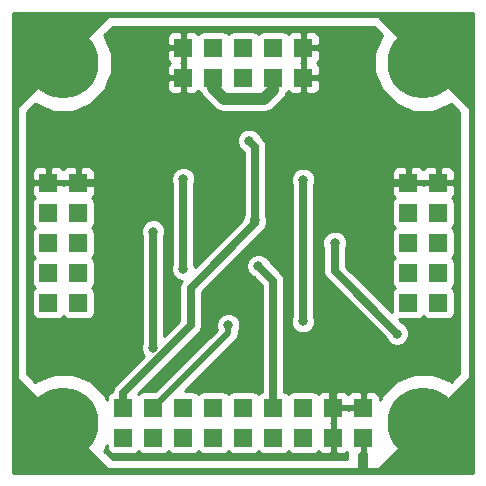
<source format=gbr>
G04 #@! TF.GenerationSoftware,KiCad,Pcbnew,(2017-02-05 revision 431abcf)-makepkg*
G04 #@! TF.CreationDate,2017-04-05T07:37:38+02:00*
G04 #@! TF.ProjectId,OZDUAL03A,4F5A4455414C3033412E6B696361645F,rev?*
G04 #@! TF.FileFunction,Copper,L2,Bot,Signal*
G04 #@! TF.FilePolarity,Positive*
%FSLAX46Y46*%
G04 Gerber Fmt 4.6, Leading zero omitted, Abs format (unit mm)*
G04 Created by KiCad (PCBNEW (2017-02-05 revision 431abcf)-makepkg) date 04/05/17 07:37:38*
%MOMM*%
%LPD*%
G01*
G04 APERTURE LIST*
%ADD10C,0.100000*%
%ADD11R,1.524000X1.524000*%
%ADD12C,6.000000*%
%ADD13C,0.800000*%
%ADD14C,0.635000*%
%ADD15C,1.016000*%
%ADD16C,0.508000*%
%ADD17C,0.254000*%
G04 APERTURE END LIST*
D10*
D11*
X163830000Y-101600000D03*
X161290000Y-101600000D03*
X163830000Y-99060000D03*
X161290000Y-99060000D03*
X163830000Y-96520000D03*
X161290000Y-96520000D03*
X163830000Y-93980000D03*
X161290000Y-93980000D03*
X163830000Y-91440000D03*
X161290000Y-91440000D03*
X157480000Y-110490000D03*
X157480000Y-113030000D03*
X152400000Y-80010000D03*
X152400000Y-82550000D03*
X149860000Y-80010000D03*
X149860000Y-82550000D03*
X147320000Y-80010000D03*
X147320000Y-82550000D03*
X144780000Y-80010000D03*
X144780000Y-82550000D03*
X142240000Y-80010000D03*
X142240000Y-82550000D03*
X133350000Y-101600000D03*
X130810000Y-101600000D03*
X133350000Y-99060000D03*
X130810000Y-99060000D03*
X133350000Y-96520000D03*
X130810000Y-96520000D03*
X133350000Y-93980000D03*
X130810000Y-93980000D03*
X133350000Y-91440000D03*
X130810000Y-91440000D03*
D12*
X132080000Y-111760000D03*
X132080000Y-81280000D03*
X162560000Y-111760000D03*
X162560000Y-81280000D03*
D11*
X154940000Y-110490000D03*
X154940000Y-113030000D03*
X152400000Y-110490000D03*
X152400000Y-113030000D03*
X149860000Y-110490000D03*
X149860000Y-113030000D03*
X147320000Y-110490000D03*
X147320000Y-113030000D03*
X144780000Y-110490000D03*
X144780000Y-113030000D03*
X142240000Y-110490000D03*
X142240000Y-113030000D03*
X139700000Y-110490000D03*
X139700000Y-113030000D03*
X137160000Y-110490000D03*
X137160000Y-113030000D03*
D13*
X154940000Y-103124000D03*
X137160000Y-103187500D03*
X154940000Y-89916000D03*
X148336000Y-94615000D03*
X147828000Y-87884000D03*
X146050000Y-103505000D03*
X148590000Y-98488500D03*
X139700000Y-105410000D03*
X139700000Y-95567500D03*
X142240000Y-91122500D03*
X142240000Y-98742500D03*
X152400000Y-91186000D03*
X152368250Y-103155750D03*
X155067000Y-96520000D03*
X160337500Y-104203500D03*
D14*
X154940000Y-103124000D02*
X154940000Y-110490000D01*
X134937500Y-91440000D02*
X133350000Y-91440000D01*
X137223500Y-93726000D02*
X134937500Y-91440000D01*
X137223500Y-103124000D02*
X137223500Y-93726000D01*
X137160000Y-103187500D02*
X137223500Y-103124000D01*
X156464000Y-91440000D02*
X154940000Y-89916000D01*
X154940000Y-89916000D02*
X154940000Y-89916000D01*
X161290000Y-91440000D02*
X156464000Y-91440000D01*
X148336000Y-94615000D02*
X148336000Y-94869000D01*
X137160000Y-109220000D02*
X137160000Y-110490000D01*
X142875000Y-103505000D02*
X137160000Y-109220000D01*
X142875000Y-100330000D02*
X142875000Y-103505000D01*
X148336000Y-94869000D02*
X142875000Y-100330000D01*
X148336000Y-94615000D02*
X148209000Y-94615000D01*
X148209000Y-94615000D02*
X148336000Y-94615000D01*
X148336000Y-88392000D02*
X148336000Y-94615000D01*
X147828000Y-87884000D02*
X148336000Y-88392000D01*
D15*
X144780000Y-82550000D02*
X144780000Y-83439000D01*
X149860000Y-83566000D02*
X149860000Y-82550000D01*
X149098000Y-84328000D02*
X149860000Y-83566000D01*
X145669000Y-84328000D02*
X149098000Y-84328000D01*
X144780000Y-83439000D02*
X145669000Y-84328000D01*
D16*
X139720000Y-110490000D02*
X146050000Y-104160000D01*
X146050000Y-104160000D02*
X146050000Y-103505000D01*
X139700000Y-110490000D02*
X139720000Y-110490000D01*
D14*
X149860000Y-99758500D02*
X149860000Y-110490000D01*
X148590000Y-98488500D02*
X149860000Y-99758500D01*
X139700000Y-95567500D02*
X139700000Y-105410000D01*
D16*
X139700000Y-95567500D02*
X139700000Y-95694500D01*
D14*
X139700000Y-95694500D02*
X139700000Y-95631000D01*
X142240000Y-91122500D02*
X142240000Y-98742500D01*
X152400000Y-103124000D02*
X152400000Y-91186000D01*
X152400000Y-103124000D02*
X152368250Y-103155750D01*
X155067000Y-98933000D02*
X155067000Y-96520000D01*
X160337500Y-104203500D02*
X155067000Y-98933000D01*
D17*
G36*
X166803000Y-116003000D02*
X127837000Y-116003000D01*
X127837000Y-85090000D01*
X128143000Y-85090000D01*
X128143000Y-107950000D01*
X128152667Y-107998601D01*
X128180197Y-108039803D01*
X135800197Y-115659803D01*
X135841399Y-115687333D01*
X135890000Y-115697000D01*
X157035500Y-115697000D01*
X157084101Y-115687333D01*
X157125303Y-115659803D01*
X157152833Y-115618601D01*
X157162500Y-115570000D01*
X157162500Y-114427000D01*
X157194250Y-114427000D01*
X157353000Y-114268250D01*
X157353000Y-113157000D01*
X157333000Y-113157000D01*
X157333000Y-112903000D01*
X157353000Y-112903000D01*
X157353000Y-112883000D01*
X157607000Y-112883000D01*
X157607000Y-112903000D01*
X157627000Y-112903000D01*
X157627000Y-113157000D01*
X157607000Y-113157000D01*
X157607000Y-114268250D01*
X157734000Y-114395250D01*
X157734000Y-115570000D01*
X157743667Y-115618601D01*
X157771197Y-115659803D01*
X157812399Y-115687333D01*
X157861000Y-115697000D01*
X158750000Y-115697000D01*
X158798601Y-115687333D01*
X158839803Y-115659803D01*
X166459803Y-108039803D01*
X166487333Y-107998601D01*
X166497000Y-107950000D01*
X166497000Y-85090000D01*
X166487333Y-85041399D01*
X166459803Y-85000197D01*
X158839803Y-77380197D01*
X158798601Y-77352667D01*
X158750000Y-77343000D01*
X135890000Y-77343000D01*
X135841399Y-77352667D01*
X135800197Y-77380197D01*
X128180197Y-85000197D01*
X128152667Y-85041399D01*
X128143000Y-85090000D01*
X127837000Y-85090000D01*
X127837000Y-77037000D01*
X166803000Y-77037000D01*
X166803000Y-116003000D01*
X166803000Y-116003000D01*
G37*
X166803000Y-116003000D02*
X127837000Y-116003000D01*
X127837000Y-85090000D01*
X128143000Y-85090000D01*
X128143000Y-107950000D01*
X128152667Y-107998601D01*
X128180197Y-108039803D01*
X135800197Y-115659803D01*
X135841399Y-115687333D01*
X135890000Y-115697000D01*
X157035500Y-115697000D01*
X157084101Y-115687333D01*
X157125303Y-115659803D01*
X157152833Y-115618601D01*
X157162500Y-115570000D01*
X157162500Y-114427000D01*
X157194250Y-114427000D01*
X157353000Y-114268250D01*
X157353000Y-113157000D01*
X157333000Y-113157000D01*
X157333000Y-112903000D01*
X157353000Y-112903000D01*
X157353000Y-112883000D01*
X157607000Y-112883000D01*
X157607000Y-112903000D01*
X157627000Y-112903000D01*
X157627000Y-113157000D01*
X157607000Y-113157000D01*
X157607000Y-114268250D01*
X157734000Y-114395250D01*
X157734000Y-115570000D01*
X157743667Y-115618601D01*
X157771197Y-115659803D01*
X157812399Y-115687333D01*
X157861000Y-115697000D01*
X158750000Y-115697000D01*
X158798601Y-115687333D01*
X158839803Y-115659803D01*
X166459803Y-108039803D01*
X166487333Y-107998601D01*
X166497000Y-107950000D01*
X166497000Y-85090000D01*
X166487333Y-85041399D01*
X166459803Y-85000197D01*
X158839803Y-77380197D01*
X158798601Y-77352667D01*
X158750000Y-77343000D01*
X135890000Y-77343000D01*
X135841399Y-77352667D01*
X135800197Y-77380197D01*
X128180197Y-85000197D01*
X128152667Y-85041399D01*
X128143000Y-85090000D01*
X127837000Y-85090000D01*
X127837000Y-77037000D01*
X166803000Y-77037000D01*
X166803000Y-116003000D01*
G36*
X159075222Y-78927328D02*
X159063340Y-78939190D01*
X158433718Y-80455487D01*
X158432285Y-82097310D01*
X159059259Y-83614704D01*
X160219190Y-84776660D01*
X161735487Y-85406282D01*
X163377310Y-85407715D01*
X164894704Y-84780741D01*
X164911684Y-84763790D01*
X165608000Y-85460106D01*
X165608000Y-107579894D01*
X164912672Y-108275222D01*
X164900810Y-108263340D01*
X163384513Y-107633718D01*
X161742690Y-107632285D01*
X160225296Y-108259259D01*
X159063340Y-109419190D01*
X158877000Y-109867946D01*
X158877000Y-109601691D01*
X158780327Y-109368302D01*
X158601699Y-109189673D01*
X158368310Y-109093000D01*
X157765750Y-109093000D01*
X157607000Y-109251750D01*
X157607000Y-110363000D01*
X157627000Y-110363000D01*
X157627000Y-110617000D01*
X157607000Y-110617000D01*
X157607000Y-110637000D01*
X157353000Y-110637000D01*
X157353000Y-110617000D01*
X156241750Y-110617000D01*
X156210000Y-110648750D01*
X156178250Y-110617000D01*
X155067000Y-110617000D01*
X155067000Y-111728250D01*
X155098750Y-111760000D01*
X155067000Y-111791750D01*
X155067000Y-112903000D01*
X155087000Y-112903000D01*
X155087000Y-113157000D01*
X155067000Y-113157000D01*
X155067000Y-114268250D01*
X155225750Y-114427000D01*
X155828310Y-114427000D01*
X156061699Y-114330327D01*
X156146500Y-114245525D01*
X156146500Y-114808000D01*
X136260106Y-114808000D01*
X135564778Y-114112672D01*
X135576660Y-114100810D01*
X135750560Y-113682013D01*
X135750560Y-113792000D01*
X135799843Y-114039765D01*
X135940191Y-114249809D01*
X136150235Y-114390157D01*
X136398000Y-114439440D01*
X137922000Y-114439440D01*
X138169765Y-114390157D01*
X138379809Y-114249809D01*
X138430000Y-114174693D01*
X138480191Y-114249809D01*
X138690235Y-114390157D01*
X138938000Y-114439440D01*
X140462000Y-114439440D01*
X140709765Y-114390157D01*
X140919809Y-114249809D01*
X140970000Y-114174693D01*
X141020191Y-114249809D01*
X141230235Y-114390157D01*
X141478000Y-114439440D01*
X143002000Y-114439440D01*
X143249765Y-114390157D01*
X143459809Y-114249809D01*
X143510000Y-114174693D01*
X143560191Y-114249809D01*
X143770235Y-114390157D01*
X144018000Y-114439440D01*
X145542000Y-114439440D01*
X145789765Y-114390157D01*
X145999809Y-114249809D01*
X146050000Y-114174693D01*
X146100191Y-114249809D01*
X146310235Y-114390157D01*
X146558000Y-114439440D01*
X148082000Y-114439440D01*
X148329765Y-114390157D01*
X148539809Y-114249809D01*
X148590000Y-114174693D01*
X148640191Y-114249809D01*
X148850235Y-114390157D01*
X149098000Y-114439440D01*
X150622000Y-114439440D01*
X150869765Y-114390157D01*
X151079809Y-114249809D01*
X151130000Y-114174693D01*
X151180191Y-114249809D01*
X151390235Y-114390157D01*
X151638000Y-114439440D01*
X153162000Y-114439440D01*
X153409765Y-114390157D01*
X153619809Y-114249809D01*
X153667063Y-114179088D01*
X153818301Y-114330327D01*
X154051690Y-114427000D01*
X154654250Y-114427000D01*
X154813000Y-114268250D01*
X154813000Y-113157000D01*
X154793000Y-113157000D01*
X154793000Y-112903000D01*
X154813000Y-112903000D01*
X154813000Y-111791750D01*
X154781250Y-111760000D01*
X154813000Y-111728250D01*
X154813000Y-110617000D01*
X154793000Y-110617000D01*
X154793000Y-110363000D01*
X154813000Y-110363000D01*
X154813000Y-109251750D01*
X155067000Y-109251750D01*
X155067000Y-110363000D01*
X156178250Y-110363000D01*
X156210000Y-110331250D01*
X156241750Y-110363000D01*
X157353000Y-110363000D01*
X157353000Y-109251750D01*
X157194250Y-109093000D01*
X156591690Y-109093000D01*
X156358301Y-109189673D01*
X156210000Y-109337975D01*
X156061699Y-109189673D01*
X155828310Y-109093000D01*
X155225750Y-109093000D01*
X155067000Y-109251750D01*
X154813000Y-109251750D01*
X154654250Y-109093000D01*
X154051690Y-109093000D01*
X153818301Y-109189673D01*
X153667063Y-109340912D01*
X153619809Y-109270191D01*
X153409765Y-109129843D01*
X153162000Y-109080560D01*
X151638000Y-109080560D01*
X151390235Y-109129843D01*
X151180191Y-109270191D01*
X151130000Y-109345307D01*
X151079809Y-109270191D01*
X150869765Y-109129843D01*
X150812500Y-109118452D01*
X150812500Y-103360721D01*
X151333071Y-103360721D01*
X151490308Y-103741265D01*
X151781204Y-104032669D01*
X152161473Y-104190570D01*
X152573221Y-104190929D01*
X152953765Y-104033692D01*
X153245169Y-103742796D01*
X153403070Y-103362527D01*
X153403429Y-102950779D01*
X153352500Y-102827521D01*
X153352500Y-96724971D01*
X154031821Y-96724971D01*
X154114500Y-96925070D01*
X154114500Y-98933000D01*
X154187005Y-99297506D01*
X154393481Y-99606519D01*
X159377585Y-104590624D01*
X159459558Y-104789015D01*
X159750454Y-105080419D01*
X160130723Y-105238320D01*
X160542471Y-105238679D01*
X160923015Y-105081442D01*
X161214419Y-104790546D01*
X161372320Y-104410277D01*
X161372679Y-103998529D01*
X161215442Y-103617985D01*
X160924546Y-103326581D01*
X160724592Y-103243553D01*
X160481162Y-103000124D01*
X160528000Y-103009440D01*
X162052000Y-103009440D01*
X162299765Y-102960157D01*
X162509809Y-102819809D01*
X162560000Y-102744693D01*
X162610191Y-102819809D01*
X162820235Y-102960157D01*
X163068000Y-103009440D01*
X164592000Y-103009440D01*
X164839765Y-102960157D01*
X165049809Y-102819809D01*
X165190157Y-102609765D01*
X165239440Y-102362000D01*
X165239440Y-100838000D01*
X165190157Y-100590235D01*
X165049809Y-100380191D01*
X164974693Y-100330000D01*
X165049809Y-100279809D01*
X165190157Y-100069765D01*
X165239440Y-99822000D01*
X165239440Y-98298000D01*
X165190157Y-98050235D01*
X165049809Y-97840191D01*
X164974693Y-97790000D01*
X165049809Y-97739809D01*
X165190157Y-97529765D01*
X165239440Y-97282000D01*
X165239440Y-95758000D01*
X165190157Y-95510235D01*
X165049809Y-95300191D01*
X164974693Y-95250000D01*
X165049809Y-95199809D01*
X165190157Y-94989765D01*
X165239440Y-94742000D01*
X165239440Y-93218000D01*
X165190157Y-92970235D01*
X165049809Y-92760191D01*
X164979088Y-92712937D01*
X165130327Y-92561699D01*
X165227000Y-92328310D01*
X165227000Y-91725750D01*
X165068250Y-91567000D01*
X163957000Y-91567000D01*
X163957000Y-91587000D01*
X163703000Y-91587000D01*
X163703000Y-91567000D01*
X162591750Y-91567000D01*
X162560000Y-91598750D01*
X162528250Y-91567000D01*
X161417000Y-91567000D01*
X161417000Y-91587000D01*
X161163000Y-91587000D01*
X161163000Y-91567000D01*
X160051750Y-91567000D01*
X159893000Y-91725750D01*
X159893000Y-92328310D01*
X159989673Y-92561699D01*
X160140912Y-92712937D01*
X160070191Y-92760191D01*
X159929843Y-92970235D01*
X159880560Y-93218000D01*
X159880560Y-94742000D01*
X159929843Y-94989765D01*
X160070191Y-95199809D01*
X160145307Y-95250000D01*
X160070191Y-95300191D01*
X159929843Y-95510235D01*
X159880560Y-95758000D01*
X159880560Y-97282000D01*
X159929843Y-97529765D01*
X160070191Y-97739809D01*
X160145307Y-97790000D01*
X160070191Y-97840191D01*
X159929843Y-98050235D01*
X159880560Y-98298000D01*
X159880560Y-99822000D01*
X159929843Y-100069765D01*
X160070191Y-100279809D01*
X160145307Y-100330000D01*
X160070191Y-100380191D01*
X159929843Y-100590235D01*
X159880560Y-100838000D01*
X159880560Y-102362000D01*
X159889877Y-102408838D01*
X156019500Y-98538462D01*
X156019500Y-96925026D01*
X156101820Y-96726777D01*
X156102179Y-96315029D01*
X155944942Y-95934485D01*
X155654046Y-95643081D01*
X155273777Y-95485180D01*
X154862029Y-95484821D01*
X154481485Y-95642058D01*
X154190081Y-95932954D01*
X154032180Y-96313223D01*
X154031821Y-96724971D01*
X153352500Y-96724971D01*
X153352500Y-91591026D01*
X153434820Y-91392777D01*
X153435179Y-90981029D01*
X153277942Y-90600485D01*
X153229233Y-90551690D01*
X159893000Y-90551690D01*
X159893000Y-91154250D01*
X160051750Y-91313000D01*
X161163000Y-91313000D01*
X161163000Y-90201750D01*
X161417000Y-90201750D01*
X161417000Y-91313000D01*
X162528250Y-91313000D01*
X162560000Y-91281250D01*
X162591750Y-91313000D01*
X163703000Y-91313000D01*
X163703000Y-90201750D01*
X163957000Y-90201750D01*
X163957000Y-91313000D01*
X165068250Y-91313000D01*
X165227000Y-91154250D01*
X165227000Y-90551690D01*
X165130327Y-90318301D01*
X164951698Y-90139673D01*
X164718309Y-90043000D01*
X164115750Y-90043000D01*
X163957000Y-90201750D01*
X163703000Y-90201750D01*
X163544250Y-90043000D01*
X162941691Y-90043000D01*
X162708302Y-90139673D01*
X162560000Y-90287974D01*
X162411698Y-90139673D01*
X162178309Y-90043000D01*
X161575750Y-90043000D01*
X161417000Y-90201750D01*
X161163000Y-90201750D01*
X161004250Y-90043000D01*
X160401691Y-90043000D01*
X160168302Y-90139673D01*
X159989673Y-90318301D01*
X159893000Y-90551690D01*
X153229233Y-90551690D01*
X152987046Y-90309081D01*
X152606777Y-90151180D01*
X152195029Y-90150821D01*
X151814485Y-90308058D01*
X151523081Y-90598954D01*
X151365180Y-90979223D01*
X151364821Y-91390971D01*
X151447500Y-91591070D01*
X151447500Y-102674261D01*
X151333430Y-102948973D01*
X151333071Y-103360721D01*
X150812500Y-103360721D01*
X150812500Y-99758500D01*
X150739995Y-99393994D01*
X150533519Y-99084981D01*
X149549916Y-98101378D01*
X149467942Y-97902985D01*
X149177046Y-97611581D01*
X148796777Y-97453680D01*
X148385029Y-97453321D01*
X148004485Y-97610558D01*
X147713081Y-97901454D01*
X147555180Y-98281723D01*
X147554821Y-98693471D01*
X147712058Y-99074015D01*
X148002954Y-99365419D01*
X148202910Y-99448448D01*
X148907500Y-100153038D01*
X148907500Y-109118452D01*
X148850235Y-109129843D01*
X148640191Y-109270191D01*
X148590000Y-109345307D01*
X148539809Y-109270191D01*
X148329765Y-109129843D01*
X148082000Y-109080560D01*
X146558000Y-109080560D01*
X146310235Y-109129843D01*
X146100191Y-109270191D01*
X146050000Y-109345307D01*
X145999809Y-109270191D01*
X145789765Y-109129843D01*
X145542000Y-109080560D01*
X144018000Y-109080560D01*
X143770235Y-109129843D01*
X143560191Y-109270191D01*
X143510000Y-109345307D01*
X143459809Y-109270191D01*
X143249765Y-109129843D01*
X143002000Y-109080560D01*
X142386676Y-109080560D01*
X146678618Y-104788618D01*
X146826026Y-104568006D01*
X146871329Y-104500206D01*
X146939000Y-104160000D01*
X146939000Y-104062952D01*
X147084820Y-103711777D01*
X147085179Y-103300029D01*
X146927942Y-102919485D01*
X146637046Y-102628081D01*
X146256777Y-102470180D01*
X145845029Y-102469821D01*
X145464485Y-102627058D01*
X145173081Y-102917954D01*
X145015180Y-103298223D01*
X145014821Y-103709971D01*
X145081476Y-103871288D01*
X139872204Y-109080560D01*
X138938000Y-109080560D01*
X138690235Y-109129843D01*
X138480191Y-109270191D01*
X138430000Y-109345307D01*
X138410666Y-109316372D01*
X143548520Y-104178519D01*
X143672293Y-103993279D01*
X143754995Y-103869506D01*
X143827500Y-103505000D01*
X143827500Y-100724538D01*
X149009519Y-95542519D01*
X149215995Y-95233506D01*
X149230835Y-95158898D01*
X149370820Y-94821777D01*
X149371179Y-94410029D01*
X149288500Y-94209930D01*
X149288500Y-88392000D01*
X149215995Y-88027494D01*
X149009519Y-87718480D01*
X148787916Y-87496877D01*
X148705942Y-87298485D01*
X148415046Y-87007081D01*
X148034777Y-86849180D01*
X147623029Y-86848821D01*
X147242485Y-87006058D01*
X146951081Y-87296954D01*
X146793180Y-87677223D01*
X146792821Y-88088971D01*
X146950058Y-88469515D01*
X147240954Y-88760919D01*
X147383500Y-88820109D01*
X147383500Y-94168937D01*
X147329005Y-94250494D01*
X147259862Y-94598100D01*
X143275140Y-98582822D01*
X143275179Y-98537529D01*
X143192500Y-98337430D01*
X143192500Y-91527526D01*
X143274820Y-91329277D01*
X143275179Y-90917529D01*
X143117942Y-90536985D01*
X142827046Y-90245581D01*
X142446777Y-90087680D01*
X142035029Y-90087321D01*
X141654485Y-90244558D01*
X141363081Y-90535454D01*
X141205180Y-90915723D01*
X141204821Y-91327471D01*
X141287500Y-91527570D01*
X141287500Y-98337474D01*
X141205180Y-98535723D01*
X141204821Y-98947471D01*
X141362058Y-99328015D01*
X141652954Y-99619419D01*
X142033223Y-99777320D01*
X142120688Y-99777396D01*
X141995005Y-99965494D01*
X141922500Y-100330000D01*
X141922500Y-103110461D01*
X140652500Y-104380461D01*
X140652500Y-95972526D01*
X140734820Y-95774277D01*
X140735179Y-95362529D01*
X140577942Y-94981985D01*
X140287046Y-94690581D01*
X139906777Y-94532680D01*
X139495029Y-94532321D01*
X139114485Y-94689558D01*
X138823081Y-94980454D01*
X138665180Y-95360723D01*
X138664821Y-95772471D01*
X138747500Y-95972570D01*
X138747500Y-105004974D01*
X138665180Y-105203223D01*
X138664821Y-105614971D01*
X138822058Y-105995515D01*
X138929658Y-106103303D01*
X136486481Y-108546481D01*
X136280005Y-108855494D01*
X136228531Y-109114269D01*
X136150235Y-109129843D01*
X135940191Y-109270191D01*
X135799843Y-109480235D01*
X135750560Y-109728000D01*
X135750560Y-109836290D01*
X135580741Y-109425296D01*
X134420810Y-108263340D01*
X132904513Y-107633718D01*
X131262690Y-107632285D01*
X129745296Y-108259259D01*
X129728316Y-108276210D01*
X129032000Y-107579894D01*
X129032000Y-93218000D01*
X129400560Y-93218000D01*
X129400560Y-94742000D01*
X129449843Y-94989765D01*
X129590191Y-95199809D01*
X129665307Y-95250000D01*
X129590191Y-95300191D01*
X129449843Y-95510235D01*
X129400560Y-95758000D01*
X129400560Y-97282000D01*
X129449843Y-97529765D01*
X129590191Y-97739809D01*
X129665307Y-97790000D01*
X129590191Y-97840191D01*
X129449843Y-98050235D01*
X129400560Y-98298000D01*
X129400560Y-99822000D01*
X129449843Y-100069765D01*
X129590191Y-100279809D01*
X129665307Y-100330000D01*
X129590191Y-100380191D01*
X129449843Y-100590235D01*
X129400560Y-100838000D01*
X129400560Y-102362000D01*
X129449843Y-102609765D01*
X129590191Y-102819809D01*
X129800235Y-102960157D01*
X130048000Y-103009440D01*
X131572000Y-103009440D01*
X131819765Y-102960157D01*
X132029809Y-102819809D01*
X132080000Y-102744693D01*
X132130191Y-102819809D01*
X132340235Y-102960157D01*
X132588000Y-103009440D01*
X134112000Y-103009440D01*
X134359765Y-102960157D01*
X134569809Y-102819809D01*
X134710157Y-102609765D01*
X134759440Y-102362000D01*
X134759440Y-100838000D01*
X134710157Y-100590235D01*
X134569809Y-100380191D01*
X134494693Y-100330000D01*
X134569809Y-100279809D01*
X134710157Y-100069765D01*
X134759440Y-99822000D01*
X134759440Y-98298000D01*
X134710157Y-98050235D01*
X134569809Y-97840191D01*
X134494693Y-97790000D01*
X134569809Y-97739809D01*
X134710157Y-97529765D01*
X134759440Y-97282000D01*
X134759440Y-95758000D01*
X134710157Y-95510235D01*
X134569809Y-95300191D01*
X134494693Y-95250000D01*
X134569809Y-95199809D01*
X134710157Y-94989765D01*
X134759440Y-94742000D01*
X134759440Y-93218000D01*
X134710157Y-92970235D01*
X134569809Y-92760191D01*
X134499088Y-92712937D01*
X134650327Y-92561699D01*
X134747000Y-92328310D01*
X134747000Y-91725750D01*
X134588250Y-91567000D01*
X133477000Y-91567000D01*
X133477000Y-91587000D01*
X133223000Y-91587000D01*
X133223000Y-91567000D01*
X132111750Y-91567000D01*
X132080000Y-91598750D01*
X132048250Y-91567000D01*
X130937000Y-91567000D01*
X130937000Y-91587000D01*
X130683000Y-91587000D01*
X130683000Y-91567000D01*
X129571750Y-91567000D01*
X129413000Y-91725750D01*
X129413000Y-92328310D01*
X129509673Y-92561699D01*
X129660912Y-92712937D01*
X129590191Y-92760191D01*
X129449843Y-92970235D01*
X129400560Y-93218000D01*
X129032000Y-93218000D01*
X129032000Y-90551690D01*
X129413000Y-90551690D01*
X129413000Y-91154250D01*
X129571750Y-91313000D01*
X130683000Y-91313000D01*
X130683000Y-90201750D01*
X130937000Y-90201750D01*
X130937000Y-91313000D01*
X132048250Y-91313000D01*
X132080000Y-91281250D01*
X132111750Y-91313000D01*
X133223000Y-91313000D01*
X133223000Y-90201750D01*
X133477000Y-90201750D01*
X133477000Y-91313000D01*
X134588250Y-91313000D01*
X134747000Y-91154250D01*
X134747000Y-90551690D01*
X134650327Y-90318301D01*
X134471698Y-90139673D01*
X134238309Y-90043000D01*
X133635750Y-90043000D01*
X133477000Y-90201750D01*
X133223000Y-90201750D01*
X133064250Y-90043000D01*
X132461691Y-90043000D01*
X132228302Y-90139673D01*
X132080000Y-90287974D01*
X131931698Y-90139673D01*
X131698309Y-90043000D01*
X131095750Y-90043000D01*
X130937000Y-90201750D01*
X130683000Y-90201750D01*
X130524250Y-90043000D01*
X129921691Y-90043000D01*
X129688302Y-90139673D01*
X129509673Y-90318301D01*
X129413000Y-90551690D01*
X129032000Y-90551690D01*
X129032000Y-85460106D01*
X129727328Y-84764778D01*
X129739190Y-84776660D01*
X131255487Y-85406282D01*
X132897310Y-85407715D01*
X134414704Y-84780741D01*
X135576660Y-83620810D01*
X135902645Y-82835750D01*
X140843000Y-82835750D01*
X140843000Y-83438309D01*
X140939673Y-83671698D01*
X141118301Y-83850327D01*
X141351690Y-83947000D01*
X141954250Y-83947000D01*
X142113000Y-83788250D01*
X142113000Y-82677000D01*
X141001750Y-82677000D01*
X140843000Y-82835750D01*
X135902645Y-82835750D01*
X136206282Y-82104513D01*
X136207715Y-80462690D01*
X136138737Y-80295750D01*
X140843000Y-80295750D01*
X140843000Y-80898309D01*
X140939673Y-81131698D01*
X141087974Y-81280000D01*
X140939673Y-81428302D01*
X140843000Y-81661691D01*
X140843000Y-82264250D01*
X141001750Y-82423000D01*
X142113000Y-82423000D01*
X142113000Y-81311750D01*
X142081250Y-81280000D01*
X142113000Y-81248250D01*
X142113000Y-80137000D01*
X141001750Y-80137000D01*
X140843000Y-80295750D01*
X136138737Y-80295750D01*
X135653626Y-79121691D01*
X140843000Y-79121691D01*
X140843000Y-79724250D01*
X141001750Y-79883000D01*
X142113000Y-79883000D01*
X142113000Y-78771750D01*
X142367000Y-78771750D01*
X142367000Y-79883000D01*
X142387000Y-79883000D01*
X142387000Y-80137000D01*
X142367000Y-80137000D01*
X142367000Y-81248250D01*
X142398750Y-81280000D01*
X142367000Y-81311750D01*
X142367000Y-82423000D01*
X142387000Y-82423000D01*
X142387000Y-82677000D01*
X142367000Y-82677000D01*
X142367000Y-83788250D01*
X142525750Y-83947000D01*
X143128310Y-83947000D01*
X143361699Y-83850327D01*
X143512937Y-83699088D01*
X143560191Y-83769809D01*
X143727459Y-83881575D01*
X143971777Y-84247223D01*
X144860777Y-85136223D01*
X145231593Y-85383994D01*
X145669000Y-85471000D01*
X149098000Y-85471000D01*
X149535407Y-85383994D01*
X149906223Y-85136223D01*
X150668223Y-84374223D01*
X150915994Y-84003407D01*
X150944472Y-83860239D01*
X151079809Y-83769809D01*
X151127063Y-83699088D01*
X151278301Y-83850327D01*
X151511690Y-83947000D01*
X152114250Y-83947000D01*
X152273000Y-83788250D01*
X152273000Y-82677000D01*
X152527000Y-82677000D01*
X152527000Y-83788250D01*
X152685750Y-83947000D01*
X153288310Y-83947000D01*
X153521699Y-83850327D01*
X153700327Y-83671698D01*
X153797000Y-83438309D01*
X153797000Y-82835750D01*
X153638250Y-82677000D01*
X152527000Y-82677000D01*
X152273000Y-82677000D01*
X152253000Y-82677000D01*
X152253000Y-82423000D01*
X152273000Y-82423000D01*
X152273000Y-81311750D01*
X152241250Y-81280000D01*
X152273000Y-81248250D01*
X152273000Y-80137000D01*
X152527000Y-80137000D01*
X152527000Y-81248250D01*
X152558750Y-81280000D01*
X152527000Y-81311750D01*
X152527000Y-82423000D01*
X153638250Y-82423000D01*
X153797000Y-82264250D01*
X153797000Y-81661691D01*
X153700327Y-81428302D01*
X153552026Y-81280000D01*
X153700327Y-81131698D01*
X153797000Y-80898309D01*
X153797000Y-80295750D01*
X153638250Y-80137000D01*
X152527000Y-80137000D01*
X152273000Y-80137000D01*
X152253000Y-80137000D01*
X152253000Y-79883000D01*
X152273000Y-79883000D01*
X152273000Y-78771750D01*
X152527000Y-78771750D01*
X152527000Y-79883000D01*
X153638250Y-79883000D01*
X153797000Y-79724250D01*
X153797000Y-79121691D01*
X153700327Y-78888302D01*
X153521699Y-78709673D01*
X153288310Y-78613000D01*
X152685750Y-78613000D01*
X152527000Y-78771750D01*
X152273000Y-78771750D01*
X152114250Y-78613000D01*
X151511690Y-78613000D01*
X151278301Y-78709673D01*
X151127063Y-78860912D01*
X151079809Y-78790191D01*
X150869765Y-78649843D01*
X150622000Y-78600560D01*
X149098000Y-78600560D01*
X148850235Y-78649843D01*
X148640191Y-78790191D01*
X148590000Y-78865307D01*
X148539809Y-78790191D01*
X148329765Y-78649843D01*
X148082000Y-78600560D01*
X146558000Y-78600560D01*
X146310235Y-78649843D01*
X146100191Y-78790191D01*
X146050000Y-78865307D01*
X145999809Y-78790191D01*
X145789765Y-78649843D01*
X145542000Y-78600560D01*
X144018000Y-78600560D01*
X143770235Y-78649843D01*
X143560191Y-78790191D01*
X143512937Y-78860912D01*
X143361699Y-78709673D01*
X143128310Y-78613000D01*
X142525750Y-78613000D01*
X142367000Y-78771750D01*
X142113000Y-78771750D01*
X141954250Y-78613000D01*
X141351690Y-78613000D01*
X141118301Y-78709673D01*
X140939673Y-78888302D01*
X140843000Y-79121691D01*
X135653626Y-79121691D01*
X135580741Y-78945296D01*
X135563790Y-78928316D01*
X136260106Y-78232000D01*
X158379894Y-78232000D01*
X159075222Y-78927328D01*
X159075222Y-78927328D01*
G37*
X159075222Y-78927328D02*
X159063340Y-78939190D01*
X158433718Y-80455487D01*
X158432285Y-82097310D01*
X159059259Y-83614704D01*
X160219190Y-84776660D01*
X161735487Y-85406282D01*
X163377310Y-85407715D01*
X164894704Y-84780741D01*
X164911684Y-84763790D01*
X165608000Y-85460106D01*
X165608000Y-107579894D01*
X164912672Y-108275222D01*
X164900810Y-108263340D01*
X163384513Y-107633718D01*
X161742690Y-107632285D01*
X160225296Y-108259259D01*
X159063340Y-109419190D01*
X158877000Y-109867946D01*
X158877000Y-109601691D01*
X158780327Y-109368302D01*
X158601699Y-109189673D01*
X158368310Y-109093000D01*
X157765750Y-109093000D01*
X157607000Y-109251750D01*
X157607000Y-110363000D01*
X157627000Y-110363000D01*
X157627000Y-110617000D01*
X157607000Y-110617000D01*
X157607000Y-110637000D01*
X157353000Y-110637000D01*
X157353000Y-110617000D01*
X156241750Y-110617000D01*
X156210000Y-110648750D01*
X156178250Y-110617000D01*
X155067000Y-110617000D01*
X155067000Y-111728250D01*
X155098750Y-111760000D01*
X155067000Y-111791750D01*
X155067000Y-112903000D01*
X155087000Y-112903000D01*
X155087000Y-113157000D01*
X155067000Y-113157000D01*
X155067000Y-114268250D01*
X155225750Y-114427000D01*
X155828310Y-114427000D01*
X156061699Y-114330327D01*
X156146500Y-114245525D01*
X156146500Y-114808000D01*
X136260106Y-114808000D01*
X135564778Y-114112672D01*
X135576660Y-114100810D01*
X135750560Y-113682013D01*
X135750560Y-113792000D01*
X135799843Y-114039765D01*
X135940191Y-114249809D01*
X136150235Y-114390157D01*
X136398000Y-114439440D01*
X137922000Y-114439440D01*
X138169765Y-114390157D01*
X138379809Y-114249809D01*
X138430000Y-114174693D01*
X138480191Y-114249809D01*
X138690235Y-114390157D01*
X138938000Y-114439440D01*
X140462000Y-114439440D01*
X140709765Y-114390157D01*
X140919809Y-114249809D01*
X140970000Y-114174693D01*
X141020191Y-114249809D01*
X141230235Y-114390157D01*
X141478000Y-114439440D01*
X143002000Y-114439440D01*
X143249765Y-114390157D01*
X143459809Y-114249809D01*
X143510000Y-114174693D01*
X143560191Y-114249809D01*
X143770235Y-114390157D01*
X144018000Y-114439440D01*
X145542000Y-114439440D01*
X145789765Y-114390157D01*
X145999809Y-114249809D01*
X146050000Y-114174693D01*
X146100191Y-114249809D01*
X146310235Y-114390157D01*
X146558000Y-114439440D01*
X148082000Y-114439440D01*
X148329765Y-114390157D01*
X148539809Y-114249809D01*
X148590000Y-114174693D01*
X148640191Y-114249809D01*
X148850235Y-114390157D01*
X149098000Y-114439440D01*
X150622000Y-114439440D01*
X150869765Y-114390157D01*
X151079809Y-114249809D01*
X151130000Y-114174693D01*
X151180191Y-114249809D01*
X151390235Y-114390157D01*
X151638000Y-114439440D01*
X153162000Y-114439440D01*
X153409765Y-114390157D01*
X153619809Y-114249809D01*
X153667063Y-114179088D01*
X153818301Y-114330327D01*
X154051690Y-114427000D01*
X154654250Y-114427000D01*
X154813000Y-114268250D01*
X154813000Y-113157000D01*
X154793000Y-113157000D01*
X154793000Y-112903000D01*
X154813000Y-112903000D01*
X154813000Y-111791750D01*
X154781250Y-111760000D01*
X154813000Y-111728250D01*
X154813000Y-110617000D01*
X154793000Y-110617000D01*
X154793000Y-110363000D01*
X154813000Y-110363000D01*
X154813000Y-109251750D01*
X155067000Y-109251750D01*
X155067000Y-110363000D01*
X156178250Y-110363000D01*
X156210000Y-110331250D01*
X156241750Y-110363000D01*
X157353000Y-110363000D01*
X157353000Y-109251750D01*
X157194250Y-109093000D01*
X156591690Y-109093000D01*
X156358301Y-109189673D01*
X156210000Y-109337975D01*
X156061699Y-109189673D01*
X155828310Y-109093000D01*
X155225750Y-109093000D01*
X155067000Y-109251750D01*
X154813000Y-109251750D01*
X154654250Y-109093000D01*
X154051690Y-109093000D01*
X153818301Y-109189673D01*
X153667063Y-109340912D01*
X153619809Y-109270191D01*
X153409765Y-109129843D01*
X153162000Y-109080560D01*
X151638000Y-109080560D01*
X151390235Y-109129843D01*
X151180191Y-109270191D01*
X151130000Y-109345307D01*
X151079809Y-109270191D01*
X150869765Y-109129843D01*
X150812500Y-109118452D01*
X150812500Y-103360721D01*
X151333071Y-103360721D01*
X151490308Y-103741265D01*
X151781204Y-104032669D01*
X152161473Y-104190570D01*
X152573221Y-104190929D01*
X152953765Y-104033692D01*
X153245169Y-103742796D01*
X153403070Y-103362527D01*
X153403429Y-102950779D01*
X153352500Y-102827521D01*
X153352500Y-96724971D01*
X154031821Y-96724971D01*
X154114500Y-96925070D01*
X154114500Y-98933000D01*
X154187005Y-99297506D01*
X154393481Y-99606519D01*
X159377585Y-104590624D01*
X159459558Y-104789015D01*
X159750454Y-105080419D01*
X160130723Y-105238320D01*
X160542471Y-105238679D01*
X160923015Y-105081442D01*
X161214419Y-104790546D01*
X161372320Y-104410277D01*
X161372679Y-103998529D01*
X161215442Y-103617985D01*
X160924546Y-103326581D01*
X160724592Y-103243553D01*
X160481162Y-103000124D01*
X160528000Y-103009440D01*
X162052000Y-103009440D01*
X162299765Y-102960157D01*
X162509809Y-102819809D01*
X162560000Y-102744693D01*
X162610191Y-102819809D01*
X162820235Y-102960157D01*
X163068000Y-103009440D01*
X164592000Y-103009440D01*
X164839765Y-102960157D01*
X165049809Y-102819809D01*
X165190157Y-102609765D01*
X165239440Y-102362000D01*
X165239440Y-100838000D01*
X165190157Y-100590235D01*
X165049809Y-100380191D01*
X164974693Y-100330000D01*
X165049809Y-100279809D01*
X165190157Y-100069765D01*
X165239440Y-99822000D01*
X165239440Y-98298000D01*
X165190157Y-98050235D01*
X165049809Y-97840191D01*
X164974693Y-97790000D01*
X165049809Y-97739809D01*
X165190157Y-97529765D01*
X165239440Y-97282000D01*
X165239440Y-95758000D01*
X165190157Y-95510235D01*
X165049809Y-95300191D01*
X164974693Y-95250000D01*
X165049809Y-95199809D01*
X165190157Y-94989765D01*
X165239440Y-94742000D01*
X165239440Y-93218000D01*
X165190157Y-92970235D01*
X165049809Y-92760191D01*
X164979088Y-92712937D01*
X165130327Y-92561699D01*
X165227000Y-92328310D01*
X165227000Y-91725750D01*
X165068250Y-91567000D01*
X163957000Y-91567000D01*
X163957000Y-91587000D01*
X163703000Y-91587000D01*
X163703000Y-91567000D01*
X162591750Y-91567000D01*
X162560000Y-91598750D01*
X162528250Y-91567000D01*
X161417000Y-91567000D01*
X161417000Y-91587000D01*
X161163000Y-91587000D01*
X161163000Y-91567000D01*
X160051750Y-91567000D01*
X159893000Y-91725750D01*
X159893000Y-92328310D01*
X159989673Y-92561699D01*
X160140912Y-92712937D01*
X160070191Y-92760191D01*
X159929843Y-92970235D01*
X159880560Y-93218000D01*
X159880560Y-94742000D01*
X159929843Y-94989765D01*
X160070191Y-95199809D01*
X160145307Y-95250000D01*
X160070191Y-95300191D01*
X159929843Y-95510235D01*
X159880560Y-95758000D01*
X159880560Y-97282000D01*
X159929843Y-97529765D01*
X160070191Y-97739809D01*
X160145307Y-97790000D01*
X160070191Y-97840191D01*
X159929843Y-98050235D01*
X159880560Y-98298000D01*
X159880560Y-99822000D01*
X159929843Y-100069765D01*
X160070191Y-100279809D01*
X160145307Y-100330000D01*
X160070191Y-100380191D01*
X159929843Y-100590235D01*
X159880560Y-100838000D01*
X159880560Y-102362000D01*
X159889877Y-102408838D01*
X156019500Y-98538462D01*
X156019500Y-96925026D01*
X156101820Y-96726777D01*
X156102179Y-96315029D01*
X155944942Y-95934485D01*
X155654046Y-95643081D01*
X155273777Y-95485180D01*
X154862029Y-95484821D01*
X154481485Y-95642058D01*
X154190081Y-95932954D01*
X154032180Y-96313223D01*
X154031821Y-96724971D01*
X153352500Y-96724971D01*
X153352500Y-91591026D01*
X153434820Y-91392777D01*
X153435179Y-90981029D01*
X153277942Y-90600485D01*
X153229233Y-90551690D01*
X159893000Y-90551690D01*
X159893000Y-91154250D01*
X160051750Y-91313000D01*
X161163000Y-91313000D01*
X161163000Y-90201750D01*
X161417000Y-90201750D01*
X161417000Y-91313000D01*
X162528250Y-91313000D01*
X162560000Y-91281250D01*
X162591750Y-91313000D01*
X163703000Y-91313000D01*
X163703000Y-90201750D01*
X163957000Y-90201750D01*
X163957000Y-91313000D01*
X165068250Y-91313000D01*
X165227000Y-91154250D01*
X165227000Y-90551690D01*
X165130327Y-90318301D01*
X164951698Y-90139673D01*
X164718309Y-90043000D01*
X164115750Y-90043000D01*
X163957000Y-90201750D01*
X163703000Y-90201750D01*
X163544250Y-90043000D01*
X162941691Y-90043000D01*
X162708302Y-90139673D01*
X162560000Y-90287974D01*
X162411698Y-90139673D01*
X162178309Y-90043000D01*
X161575750Y-90043000D01*
X161417000Y-90201750D01*
X161163000Y-90201750D01*
X161004250Y-90043000D01*
X160401691Y-90043000D01*
X160168302Y-90139673D01*
X159989673Y-90318301D01*
X159893000Y-90551690D01*
X153229233Y-90551690D01*
X152987046Y-90309081D01*
X152606777Y-90151180D01*
X152195029Y-90150821D01*
X151814485Y-90308058D01*
X151523081Y-90598954D01*
X151365180Y-90979223D01*
X151364821Y-91390971D01*
X151447500Y-91591070D01*
X151447500Y-102674261D01*
X151333430Y-102948973D01*
X151333071Y-103360721D01*
X150812500Y-103360721D01*
X150812500Y-99758500D01*
X150739995Y-99393994D01*
X150533519Y-99084981D01*
X149549916Y-98101378D01*
X149467942Y-97902985D01*
X149177046Y-97611581D01*
X148796777Y-97453680D01*
X148385029Y-97453321D01*
X148004485Y-97610558D01*
X147713081Y-97901454D01*
X147555180Y-98281723D01*
X147554821Y-98693471D01*
X147712058Y-99074015D01*
X148002954Y-99365419D01*
X148202910Y-99448448D01*
X148907500Y-100153038D01*
X148907500Y-109118452D01*
X148850235Y-109129843D01*
X148640191Y-109270191D01*
X148590000Y-109345307D01*
X148539809Y-109270191D01*
X148329765Y-109129843D01*
X148082000Y-109080560D01*
X146558000Y-109080560D01*
X146310235Y-109129843D01*
X146100191Y-109270191D01*
X146050000Y-109345307D01*
X145999809Y-109270191D01*
X145789765Y-109129843D01*
X145542000Y-109080560D01*
X144018000Y-109080560D01*
X143770235Y-109129843D01*
X143560191Y-109270191D01*
X143510000Y-109345307D01*
X143459809Y-109270191D01*
X143249765Y-109129843D01*
X143002000Y-109080560D01*
X142386676Y-109080560D01*
X146678618Y-104788618D01*
X146826026Y-104568006D01*
X146871329Y-104500206D01*
X146939000Y-104160000D01*
X146939000Y-104062952D01*
X147084820Y-103711777D01*
X147085179Y-103300029D01*
X146927942Y-102919485D01*
X146637046Y-102628081D01*
X146256777Y-102470180D01*
X145845029Y-102469821D01*
X145464485Y-102627058D01*
X145173081Y-102917954D01*
X145015180Y-103298223D01*
X145014821Y-103709971D01*
X145081476Y-103871288D01*
X139872204Y-109080560D01*
X138938000Y-109080560D01*
X138690235Y-109129843D01*
X138480191Y-109270191D01*
X138430000Y-109345307D01*
X138410666Y-109316372D01*
X143548520Y-104178519D01*
X143672293Y-103993279D01*
X143754995Y-103869506D01*
X143827500Y-103505000D01*
X143827500Y-100724538D01*
X149009519Y-95542519D01*
X149215995Y-95233506D01*
X149230835Y-95158898D01*
X149370820Y-94821777D01*
X149371179Y-94410029D01*
X149288500Y-94209930D01*
X149288500Y-88392000D01*
X149215995Y-88027494D01*
X149009519Y-87718480D01*
X148787916Y-87496877D01*
X148705942Y-87298485D01*
X148415046Y-87007081D01*
X148034777Y-86849180D01*
X147623029Y-86848821D01*
X147242485Y-87006058D01*
X146951081Y-87296954D01*
X146793180Y-87677223D01*
X146792821Y-88088971D01*
X146950058Y-88469515D01*
X147240954Y-88760919D01*
X147383500Y-88820109D01*
X147383500Y-94168937D01*
X147329005Y-94250494D01*
X147259862Y-94598100D01*
X143275140Y-98582822D01*
X143275179Y-98537529D01*
X143192500Y-98337430D01*
X143192500Y-91527526D01*
X143274820Y-91329277D01*
X143275179Y-90917529D01*
X143117942Y-90536985D01*
X142827046Y-90245581D01*
X142446777Y-90087680D01*
X142035029Y-90087321D01*
X141654485Y-90244558D01*
X141363081Y-90535454D01*
X141205180Y-90915723D01*
X141204821Y-91327471D01*
X141287500Y-91527570D01*
X141287500Y-98337474D01*
X141205180Y-98535723D01*
X141204821Y-98947471D01*
X141362058Y-99328015D01*
X141652954Y-99619419D01*
X142033223Y-99777320D01*
X142120688Y-99777396D01*
X141995005Y-99965494D01*
X141922500Y-100330000D01*
X141922500Y-103110461D01*
X140652500Y-104380461D01*
X140652500Y-95972526D01*
X140734820Y-95774277D01*
X140735179Y-95362529D01*
X140577942Y-94981985D01*
X140287046Y-94690581D01*
X139906777Y-94532680D01*
X139495029Y-94532321D01*
X139114485Y-94689558D01*
X138823081Y-94980454D01*
X138665180Y-95360723D01*
X138664821Y-95772471D01*
X138747500Y-95972570D01*
X138747500Y-105004974D01*
X138665180Y-105203223D01*
X138664821Y-105614971D01*
X138822058Y-105995515D01*
X138929658Y-106103303D01*
X136486481Y-108546481D01*
X136280005Y-108855494D01*
X136228531Y-109114269D01*
X136150235Y-109129843D01*
X135940191Y-109270191D01*
X135799843Y-109480235D01*
X135750560Y-109728000D01*
X135750560Y-109836290D01*
X135580741Y-109425296D01*
X134420810Y-108263340D01*
X132904513Y-107633718D01*
X131262690Y-107632285D01*
X129745296Y-108259259D01*
X129728316Y-108276210D01*
X129032000Y-107579894D01*
X129032000Y-93218000D01*
X129400560Y-93218000D01*
X129400560Y-94742000D01*
X129449843Y-94989765D01*
X129590191Y-95199809D01*
X129665307Y-95250000D01*
X129590191Y-95300191D01*
X129449843Y-95510235D01*
X129400560Y-95758000D01*
X129400560Y-97282000D01*
X129449843Y-97529765D01*
X129590191Y-97739809D01*
X129665307Y-97790000D01*
X129590191Y-97840191D01*
X129449843Y-98050235D01*
X129400560Y-98298000D01*
X129400560Y-99822000D01*
X129449843Y-100069765D01*
X129590191Y-100279809D01*
X129665307Y-100330000D01*
X129590191Y-100380191D01*
X129449843Y-100590235D01*
X129400560Y-100838000D01*
X129400560Y-102362000D01*
X129449843Y-102609765D01*
X129590191Y-102819809D01*
X129800235Y-102960157D01*
X130048000Y-103009440D01*
X131572000Y-103009440D01*
X131819765Y-102960157D01*
X132029809Y-102819809D01*
X132080000Y-102744693D01*
X132130191Y-102819809D01*
X132340235Y-102960157D01*
X132588000Y-103009440D01*
X134112000Y-103009440D01*
X134359765Y-102960157D01*
X134569809Y-102819809D01*
X134710157Y-102609765D01*
X134759440Y-102362000D01*
X134759440Y-100838000D01*
X134710157Y-100590235D01*
X134569809Y-100380191D01*
X134494693Y-100330000D01*
X134569809Y-100279809D01*
X134710157Y-100069765D01*
X134759440Y-99822000D01*
X134759440Y-98298000D01*
X134710157Y-98050235D01*
X134569809Y-97840191D01*
X134494693Y-97790000D01*
X134569809Y-97739809D01*
X134710157Y-97529765D01*
X134759440Y-97282000D01*
X134759440Y-95758000D01*
X134710157Y-95510235D01*
X134569809Y-95300191D01*
X134494693Y-95250000D01*
X134569809Y-95199809D01*
X134710157Y-94989765D01*
X134759440Y-94742000D01*
X134759440Y-93218000D01*
X134710157Y-92970235D01*
X134569809Y-92760191D01*
X134499088Y-92712937D01*
X134650327Y-92561699D01*
X134747000Y-92328310D01*
X134747000Y-91725750D01*
X134588250Y-91567000D01*
X133477000Y-91567000D01*
X133477000Y-91587000D01*
X133223000Y-91587000D01*
X133223000Y-91567000D01*
X132111750Y-91567000D01*
X132080000Y-91598750D01*
X132048250Y-91567000D01*
X130937000Y-91567000D01*
X130937000Y-91587000D01*
X130683000Y-91587000D01*
X130683000Y-91567000D01*
X129571750Y-91567000D01*
X129413000Y-91725750D01*
X129413000Y-92328310D01*
X129509673Y-92561699D01*
X129660912Y-92712937D01*
X129590191Y-92760191D01*
X129449843Y-92970235D01*
X129400560Y-93218000D01*
X129032000Y-93218000D01*
X129032000Y-90551690D01*
X129413000Y-90551690D01*
X129413000Y-91154250D01*
X129571750Y-91313000D01*
X130683000Y-91313000D01*
X130683000Y-90201750D01*
X130937000Y-90201750D01*
X130937000Y-91313000D01*
X132048250Y-91313000D01*
X132080000Y-91281250D01*
X132111750Y-91313000D01*
X133223000Y-91313000D01*
X133223000Y-90201750D01*
X133477000Y-90201750D01*
X133477000Y-91313000D01*
X134588250Y-91313000D01*
X134747000Y-91154250D01*
X134747000Y-90551690D01*
X134650327Y-90318301D01*
X134471698Y-90139673D01*
X134238309Y-90043000D01*
X133635750Y-90043000D01*
X133477000Y-90201750D01*
X133223000Y-90201750D01*
X133064250Y-90043000D01*
X132461691Y-90043000D01*
X132228302Y-90139673D01*
X132080000Y-90287974D01*
X131931698Y-90139673D01*
X131698309Y-90043000D01*
X131095750Y-90043000D01*
X130937000Y-90201750D01*
X130683000Y-90201750D01*
X130524250Y-90043000D01*
X129921691Y-90043000D01*
X129688302Y-90139673D01*
X129509673Y-90318301D01*
X129413000Y-90551690D01*
X129032000Y-90551690D01*
X129032000Y-85460106D01*
X129727328Y-84764778D01*
X129739190Y-84776660D01*
X131255487Y-85406282D01*
X132897310Y-85407715D01*
X134414704Y-84780741D01*
X135576660Y-83620810D01*
X135902645Y-82835750D01*
X140843000Y-82835750D01*
X140843000Y-83438309D01*
X140939673Y-83671698D01*
X141118301Y-83850327D01*
X141351690Y-83947000D01*
X141954250Y-83947000D01*
X142113000Y-83788250D01*
X142113000Y-82677000D01*
X141001750Y-82677000D01*
X140843000Y-82835750D01*
X135902645Y-82835750D01*
X136206282Y-82104513D01*
X136207715Y-80462690D01*
X136138737Y-80295750D01*
X140843000Y-80295750D01*
X140843000Y-80898309D01*
X140939673Y-81131698D01*
X141087974Y-81280000D01*
X140939673Y-81428302D01*
X140843000Y-81661691D01*
X140843000Y-82264250D01*
X141001750Y-82423000D01*
X142113000Y-82423000D01*
X142113000Y-81311750D01*
X142081250Y-81280000D01*
X142113000Y-81248250D01*
X142113000Y-80137000D01*
X141001750Y-80137000D01*
X140843000Y-80295750D01*
X136138737Y-80295750D01*
X135653626Y-79121691D01*
X140843000Y-79121691D01*
X140843000Y-79724250D01*
X141001750Y-79883000D01*
X142113000Y-79883000D01*
X142113000Y-78771750D01*
X142367000Y-78771750D01*
X142367000Y-79883000D01*
X142387000Y-79883000D01*
X142387000Y-80137000D01*
X142367000Y-80137000D01*
X142367000Y-81248250D01*
X142398750Y-81280000D01*
X142367000Y-81311750D01*
X142367000Y-82423000D01*
X142387000Y-82423000D01*
X142387000Y-82677000D01*
X142367000Y-82677000D01*
X142367000Y-83788250D01*
X142525750Y-83947000D01*
X143128310Y-83947000D01*
X143361699Y-83850327D01*
X143512937Y-83699088D01*
X143560191Y-83769809D01*
X143727459Y-83881575D01*
X143971777Y-84247223D01*
X144860777Y-85136223D01*
X145231593Y-85383994D01*
X145669000Y-85471000D01*
X149098000Y-85471000D01*
X149535407Y-85383994D01*
X149906223Y-85136223D01*
X150668223Y-84374223D01*
X150915994Y-84003407D01*
X150944472Y-83860239D01*
X151079809Y-83769809D01*
X151127063Y-83699088D01*
X151278301Y-83850327D01*
X151511690Y-83947000D01*
X152114250Y-83947000D01*
X152273000Y-83788250D01*
X152273000Y-82677000D01*
X152527000Y-82677000D01*
X152527000Y-83788250D01*
X152685750Y-83947000D01*
X153288310Y-83947000D01*
X153521699Y-83850327D01*
X153700327Y-83671698D01*
X153797000Y-83438309D01*
X153797000Y-82835750D01*
X153638250Y-82677000D01*
X152527000Y-82677000D01*
X152273000Y-82677000D01*
X152253000Y-82677000D01*
X152253000Y-82423000D01*
X152273000Y-82423000D01*
X152273000Y-81311750D01*
X152241250Y-81280000D01*
X152273000Y-81248250D01*
X152273000Y-80137000D01*
X152527000Y-80137000D01*
X152527000Y-81248250D01*
X152558750Y-81280000D01*
X152527000Y-81311750D01*
X152527000Y-82423000D01*
X153638250Y-82423000D01*
X153797000Y-82264250D01*
X153797000Y-81661691D01*
X153700327Y-81428302D01*
X153552026Y-81280000D01*
X153700327Y-81131698D01*
X153797000Y-80898309D01*
X153797000Y-80295750D01*
X153638250Y-80137000D01*
X152527000Y-80137000D01*
X152273000Y-80137000D01*
X152253000Y-80137000D01*
X152253000Y-79883000D01*
X152273000Y-79883000D01*
X152273000Y-78771750D01*
X152527000Y-78771750D01*
X152527000Y-79883000D01*
X153638250Y-79883000D01*
X153797000Y-79724250D01*
X153797000Y-79121691D01*
X153700327Y-78888302D01*
X153521699Y-78709673D01*
X153288310Y-78613000D01*
X152685750Y-78613000D01*
X152527000Y-78771750D01*
X152273000Y-78771750D01*
X152114250Y-78613000D01*
X151511690Y-78613000D01*
X151278301Y-78709673D01*
X151127063Y-78860912D01*
X151079809Y-78790191D01*
X150869765Y-78649843D01*
X150622000Y-78600560D01*
X149098000Y-78600560D01*
X148850235Y-78649843D01*
X148640191Y-78790191D01*
X148590000Y-78865307D01*
X148539809Y-78790191D01*
X148329765Y-78649843D01*
X148082000Y-78600560D01*
X146558000Y-78600560D01*
X146310235Y-78649843D01*
X146100191Y-78790191D01*
X146050000Y-78865307D01*
X145999809Y-78790191D01*
X145789765Y-78649843D01*
X145542000Y-78600560D01*
X144018000Y-78600560D01*
X143770235Y-78649843D01*
X143560191Y-78790191D01*
X143512937Y-78860912D01*
X143361699Y-78709673D01*
X143128310Y-78613000D01*
X142525750Y-78613000D01*
X142367000Y-78771750D01*
X142113000Y-78771750D01*
X141954250Y-78613000D01*
X141351690Y-78613000D01*
X141118301Y-78709673D01*
X140939673Y-78888302D01*
X140843000Y-79121691D01*
X135653626Y-79121691D01*
X135580741Y-78945296D01*
X135563790Y-78928316D01*
X136260106Y-78232000D01*
X158379894Y-78232000D01*
X159075222Y-78927328D01*
M02*

</source>
